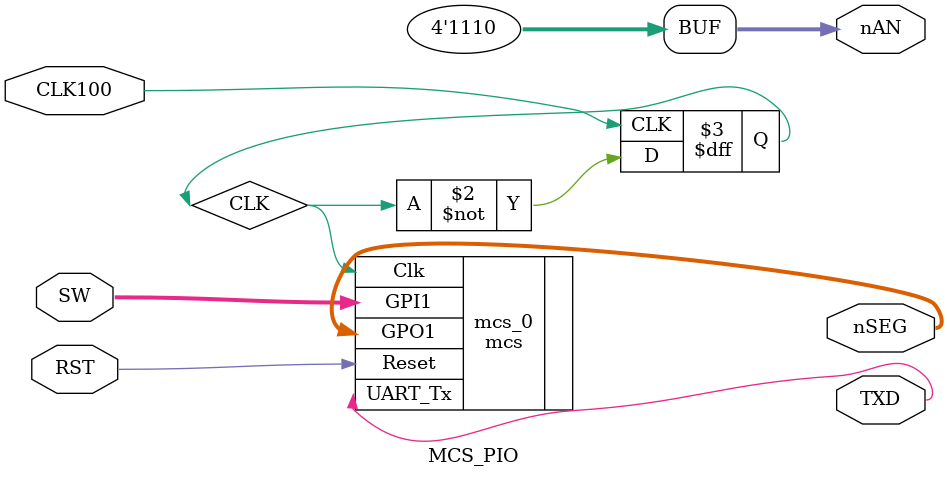
<source format=v>
/* MicroBlaze MCSVXeÌÅãÊKw                */
/* Copyright(C) 2013 Cobac.Net, All rights reserved. */

module MCS_PIO(
    input           CLK100, RST,
    input   [3:0]   SW,
    output  [7:0]   nSEG,
    output  [3:0]   nAN,
    output          TXD
);

assign nAN = 4'b1110;

/* CLK(50MHz)Ìì¬ */
reg CLK;

always @( posedge CLK100 ) begin
    CLK <= ~CLK;
end

mcs mcs_0 (
    .Clk    (CLK),
    .Reset  (RST),
    .GPO1   (nSEG),
    .GPI1   (SW),
    .UART_Tx(TXD)
);

endmodule

</source>
